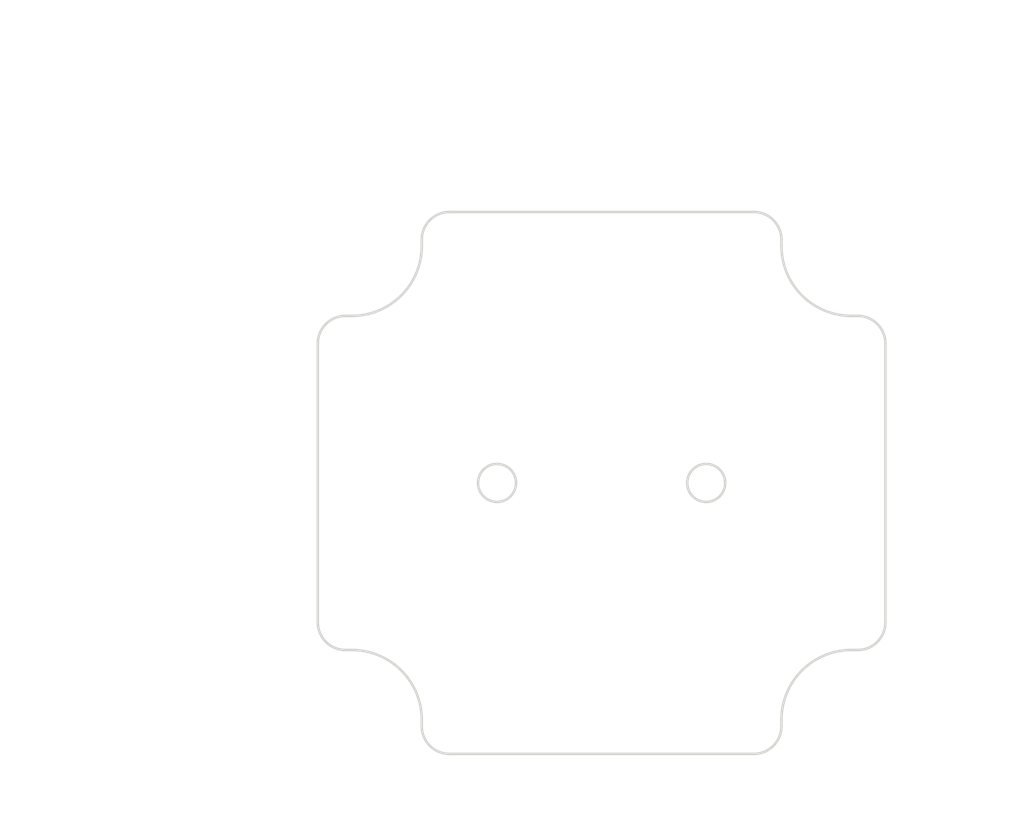
<source format=kicad_pcb>
(kicad_pcb (version 20171130) (host pcbnew "(5.1.0)-1")

  (general
    (thickness 1.6)
    (drawings 65)
    (tracks 0)
    (zones 0)
    (modules 0)
    (nets 1)
  )

  (page A4)
  (layers
    (0 F.Cu signal)
    (31 B.Cu signal)
    (32 B.Adhes user)
    (33 F.Adhes user)
    (34 B.Paste user)
    (35 F.Paste user)
    (36 B.SilkS user)
    (37 F.SilkS user)
    (38 B.Mask user)
    (39 F.Mask user)
    (40 Dwgs.User user)
    (41 Cmts.User user)
    (42 Eco1.User user)
    (43 Eco2.User user)
    (44 Edge.Cuts user)
    (45 Margin user)
    (46 B.CrtYd user)
    (47 F.CrtYd user)
    (48 B.Fab user)
    (49 F.Fab user)
  )

  (setup
    (last_trace_width 0.25)
    (trace_clearance 0.2)
    (zone_clearance 0.508)
    (zone_45_only no)
    (trace_min 0.2)
    (via_size 0.8)
    (via_drill 0.4)
    (via_min_size 0.4)
    (via_min_drill 0.3)
    (uvia_size 0.3)
    (uvia_drill 0.1)
    (uvias_allowed no)
    (uvia_min_size 0.2)
    (uvia_min_drill 0.1)
    (edge_width 0.05)
    (segment_width 0.2)
    (pcb_text_width 0.3)
    (pcb_text_size 1.5 1.5)
    (mod_edge_width 0.12)
    (mod_text_size 1 1)
    (mod_text_width 0.15)
    (pad_size 1.524 1.524)
    (pad_drill 0.762)
    (pad_to_mask_clearance 0.051)
    (solder_mask_min_width 0.25)
    (aux_axis_origin 0 0)
    (visible_elements FFFFFF7F)
    (pcbplotparams
      (layerselection 0x010fc_ffffffff)
      (usegerberextensions false)
      (usegerberattributes false)
      (usegerberadvancedattributes false)
      (creategerberjobfile false)
      (excludeedgelayer true)
      (linewidth 0.152400)
      (plotframeref false)
      (viasonmask false)
      (mode 1)
      (useauxorigin false)
      (hpglpennumber 1)
      (hpglpenspeed 20)
      (hpglpendiameter 15.000000)
      (psnegative false)
      (psa4output false)
      (plotreference true)
      (plotvalue true)
      (plotinvisibletext false)
      (padsonsilk false)
      (subtractmaskfromsilk false)
      (outputformat 1)
      (mirror false)
      (drillshape 1)
      (scaleselection 1)
      (outputdirectory ""))
  )

  (net 0 "")

  (net_class Default "This is the default net class."
    (clearance 0.2)
    (trace_width 0.25)
    (via_dia 0.8)
    (via_drill 0.4)
    (uvia_dia 0.3)
    (uvia_drill 0.1)
  )

  (gr_line (start 167.978083 83.654806) (end 167.978083 84.154806) (layer Edge.Cuts) (width 0.2))
  (gr_arc (start 173.492274 84.154806) (end 167.978083 84.154806) (angle -90) (layer Edge.Cuts) (width 0.2))
  (gr_line (start 173.492274 89.668997) (end 173.992274 89.668997) (layer Edge.Cuts) (width 0.2))
  (gr_arc (start 173.992274 91.854806) (end 176.178083 91.854806) (angle -90) (layer Edge.Cuts) (width 0.2))
  (gr_line (start 176.178083 91.854806) (end 176.178083 113.854806) (layer Edge.Cuts) (width 0.2))
  (gr_arc (start 173.992274 113.854806) (end 173.992274 116.040615) (angle -90) (layer Edge.Cuts) (width 0.2))
  (gr_line (start 173.992274 116.040615) (end 173.492274 116.040615) (layer Edge.Cuts) (width 0.2))
  (gr_arc (start 173.492274 121.554806) (end 173.492274 116.040615) (angle -90) (layer Edge.Cuts) (width 0.2))
  (gr_line (start 167.978083 121.554806) (end 167.978083 122.054806) (layer Edge.Cuts) (width 0.2))
  (gr_arc (start 165.792274 122.054806) (end 165.792274 124.240615) (angle -90) (layer Edge.Cuts) (width 0.2))
  (gr_line (start 165.792274 124.240615) (end 141.792274 124.240615) (layer Edge.Cuts) (width 0.2))
  (gr_arc (start 141.792274 122.054806) (end 139.606465 122.054806) (angle -90.00000003) (layer Edge.Cuts) (width 0.2))
  (gr_line (start 139.606465 122.054806) (end 139.606465 121.554806) (layer Edge.Cuts) (width 0.2))
  (gr_arc (start 134.092274 121.554806) (end 139.606465 121.554806) (angle -90) (layer Edge.Cuts) (width 0.2))
  (gr_line (start 134.092274 116.040615) (end 133.592274 116.040615) (layer Edge.Cuts) (width 0.2))
  (gr_arc (start 133.592274 113.854806) (end 131.406465 113.854806) (angle -90) (layer Edge.Cuts) (width 0.2))
  (gr_line (start 131.406465 113.854806) (end 131.406465 91.854806) (layer Edge.Cuts) (width 0.2))
  (gr_arc (start 133.592274 91.854806) (end 133.592274 89.668997) (angle -90) (layer Edge.Cuts) (width 0.2))
  (gr_line (start 133.592274 89.668997) (end 134.092274 89.668997) (layer Edge.Cuts) (width 0.2))
  (gr_arc (start 134.092274 84.154806) (end 134.092274 89.668997) (angle -90) (layer Edge.Cuts) (width 0.2))
  (gr_line (start 139.606465 84.154806) (end 139.606465 83.654806) (layer Edge.Cuts) (width 0.2))
  (gr_arc (start 141.792274 83.654806) (end 141.792274 81.468997) (angle -90.00000001) (layer Edge.Cuts) (width 0.2))
  (gr_line (start 141.792274 81.468997) (end 165.792274 81.468997) (layer Edge.Cuts) (width 0.2))
  (gr_arc (start 165.792274 83.654806) (end 167.978083 83.654806) (angle -89.99999999) (layer Edge.Cuts) (width 0.2))
  (gr_circle (center 145.542274 102.854806) (end 147.042274 102.854806) (layer Edge.Cuts) (width 0.2))
  (gr_circle (center 162.042274 102.854806) (end 163.542274 102.854806) (layer Edge.Cuts) (width 0.2))
  (gr_text [.65] (at 153.792274 98.353334) (layer Dwgs.User)
    (effects (font (size 1.7 1.53) (thickness 0.2125)))
  )
  (gr_text " 16.50" (at 153.792274 94.795899) (layer Dwgs.User)
    (effects (font (size 1.7 1.53) (thickness 0.2125)))
  )
  (gr_line (start 160.042274 96.463873) (end 157.836885 96.463873) (layer Dwgs.User) (width 0.2))
  (gr_line (start 147.542274 96.463873) (end 149.747663 96.463873) (layer Dwgs.User) (width 0.2))
  (gr_line (start 162.042274 101.854806) (end 162.042274 93.288873) (layer Dwgs.User) (width 0.2))
  (gr_line (start 145.542274 101.854806) (end 145.542274 93.288873) (layer Dwgs.User) (width 0.2))
  (gr_line (start 145.542274 102.944806) (end 145.542274 102.764806) (layer Dwgs.User) (width 0.2))
  (gr_line (start 145.452274 102.854806) (end 145.632274 102.854806) (layer Dwgs.User) (width 0.2))
  (gr_text " ∅3.00\n[∅0.12]" (at 164.788641 128.160829) (layer Dwgs.User)
    (effects (font (size 1.7 1.53) (thickness 0.2125)))
  )
  (gr_line (start 158.251771 128.160829) (end 147.113104 105.982503) (layer Dwgs.User) (width 0.2))
  (gr_line (start 160.251771 128.160829) (end 158.251771 128.160829) (layer Dwgs.User) (width 0.2))
  (gr_text [R0.22] (at 182.619973 126.948845) (layer Dwgs.User)
    (effects (font (size 1.7 1.53) (thickness 0.2125)))
  )
  (gr_text " R5.51" (at 182.619973 123.391409) (layer Dwgs.User)
    (effects (font (size 1.7 1.53) (thickness 0.2125)))
  )
  (gr_line (start 176.149203 125.059383) (end 171.369215 118.75442) (layer Dwgs.User) (width 0.2))
  (gr_line (start 178.149203 125.059383) (end 176.149203 125.059383) (layer Dwgs.User) (width 0.2))
  (gr_text [1.12] (at 153.792274 78.764311) (layer Dwgs.User)
    (effects (font (size 1.7 1.53) (thickness 0.2125)))
  )
  (gr_text " 28.37" (at 153.792274 75.206296) (layer Dwgs.User)
    (effects (font (size 1.7 1.53) (thickness 0.2125)))
  )
  (gr_line (start 141.606465 76.87485) (end 149.744764 76.87485) (layer Dwgs.User) (width 0.2))
  (gr_line (start 165.978083 76.87485) (end 157.839784 76.87485) (layer Dwgs.User) (width 0.2))
  (gr_line (start 139.606465 82.654806) (end 139.606465 73.69985) (layer Dwgs.User) (width 0.2))
  (gr_line (start 167.978083 82.654806) (end 167.978083 73.69985) (layer Dwgs.User) (width 0.2))
  (gr_text [1.04] (at 123.592274 104.744267) (layer Dwgs.User)
    (effects (font (size 1.7 1.53) (thickness 0.2125)))
  )
  (gr_text " 26.37" (at 123.592274 101.186252) (layer Dwgs.User)
    (effects (font (size 1.7 1.53) (thickness 0.2125)))
  )
  (gr_line (start 123.592274 114.040615) (end 123.592274 106.412821) (layer Dwgs.User) (width 0.2))
  (gr_line (start 123.592274 91.668997) (end 123.592274 99.296791) (layer Dwgs.User) (width 0.2))
  (gr_line (start 132.592274 116.040615) (end 120.417274 116.040615) (layer Dwgs.User) (width 0.2))
  (gr_line (start 132.592274 89.668997) (end 120.417274 89.668997) (layer Dwgs.User) (width 0.2))
  (gr_text [1.68] (at 110.36477 104.744267) (layer Dwgs.User)
    (effects (font (size 1.7 1.53) (thickness 0.2125)))
  )
  (gr_text " 42.77" (at 110.36477 101.201327) (layer Dwgs.User)
    (effects (font (size 1.7 1.53) (thickness 0.2125)))
  )
  (gr_line (start 110.36477 122.240615) (end 110.36477 106.397746) (layer Dwgs.User) (width 0.2))
  (gr_line (start 110.36477 83.468997) (end 110.36477 99.311866) (layer Dwgs.User) (width 0.2))
  (gr_line (start 140.792274 124.240615) (end 107.18977 124.240615) (layer Dwgs.User) (width 0.2))
  (gr_line (start 140.792274 81.468997) (end 107.18977 81.468997) (layer Dwgs.User) (width 0.2))
  (gr_text [1.76] (at 153.792274 69.902778) (layer Dwgs.User)
    (effects (font (size 1.7 1.53) (thickness 0.2125)))
  )
  (gr_text " 44.77" (at 153.792274 66.363317) (layer Dwgs.User)
    (effects (font (size 1.7 1.53) (thickness 0.2125)))
  )
  (gr_line (start 174.178083 68.013317) (end 157.839784 68.013317) (layer Dwgs.User) (width 0.2))
  (gr_line (start 133.406465 68.013317) (end 149.744764 68.013317) (layer Dwgs.User) (width 0.2))
  (gr_line (start 176.178083 90.854806) (end 176.178083 64.838317) (layer Dwgs.User) (width 0.2))
  (gr_line (start 131.406465 90.854806) (end 131.406465 64.838317) (layer Dwgs.User) (width 0.2))

)

</source>
